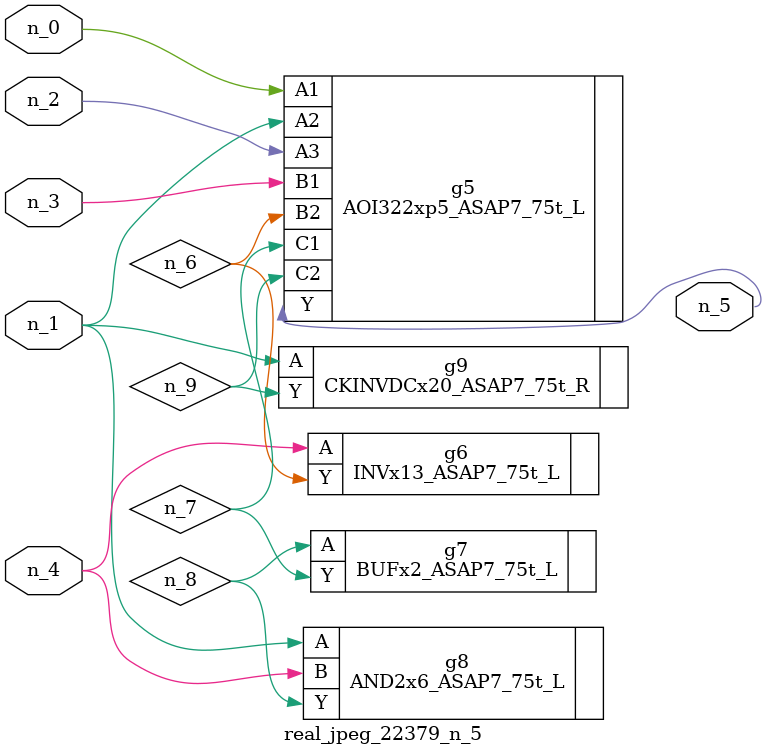
<source format=v>
module real_jpeg_22379_n_5 (n_4, n_0, n_1, n_2, n_3, n_5);

input n_4;
input n_0;
input n_1;
input n_2;
input n_3;

output n_5;

wire n_8;
wire n_6;
wire n_7;
wire n_9;

AOI322xp5_ASAP7_75t_L g5 ( 
.A1(n_0),
.A2(n_1),
.A3(n_2),
.B1(n_3),
.B2(n_6),
.C1(n_7),
.C2(n_9),
.Y(n_5)
);

AND2x6_ASAP7_75t_L g8 ( 
.A(n_1),
.B(n_4),
.Y(n_8)
);

CKINVDCx20_ASAP7_75t_R g9 ( 
.A(n_1),
.Y(n_9)
);

INVx13_ASAP7_75t_L g6 ( 
.A(n_4),
.Y(n_6)
);

BUFx2_ASAP7_75t_L g7 ( 
.A(n_8),
.Y(n_7)
);


endmodule
</source>
